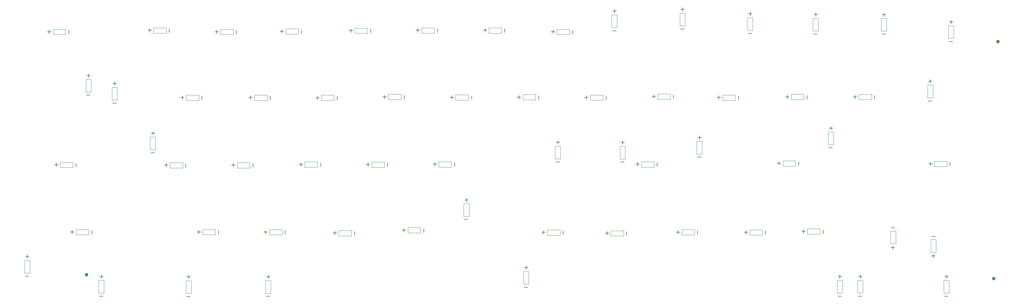
<source format=gtp>
G04 Layer_Color=7318015*
%FSLAX44Y44*%
%MOMM*%
G71*
G01*
G75*
%ADD10C,0.1000*%
%ADD11C,1.0000*%
%ADD19C,0.2032*%
D10*
X1498316Y2473932D02*
Y2509932D01*
X1483316Y2473932D02*
Y2509932D01*
X1498316D02*
X1483316D01*
X1498316Y2473932D02*
X1483316D01*
X3591022Y2243740D02*
X3576022Y2243740D01*
X3591022Y2207740D02*
X3576022Y2207740D01*
X3591022Y2207740D02*
Y2243740D01*
X3576022Y2207740D02*
Y2243740D01*
X3754598Y2789400D02*
X3739598Y2789400D01*
X3754598Y2825400D02*
X3739598Y2825400D01*
Y2789400D02*
Y2825400D01*
X3754598Y2789400D02*
Y2825400D01*
X3564861Y2809974D02*
Y2845974D01*
X3549861Y2809974D02*
Y2845974D01*
X3564861Y2845974D02*
X3549861Y2845974D01*
X3564861Y2809974D02*
X3549861Y2809974D01*
X3371820Y2810482D02*
X3356820Y2810482D01*
X3371820Y2846482D02*
X3356820Y2846482D01*
Y2810482D02*
Y2846482D01*
X3371820Y2810482D02*
Y2846482D01*
X3186908Y2812260D02*
X3171908D01*
X3186908Y2848260D02*
X3171908D01*
Y2812260D02*
Y2848260D01*
X3186908Y2812260D02*
Y2848260D01*
X2995646Y2824706D02*
X2980646D01*
X2995646Y2860706D02*
X2980646D01*
Y2824706D02*
Y2860706D01*
X2995646Y2824706D02*
Y2860706D01*
X2803114Y2819626D02*
X2788114D01*
X2803114Y2855626D02*
X2788114D01*
Y2819626D02*
Y2855626D01*
X2803114Y2819626D02*
Y2855626D01*
X2668860Y2800214D02*
Y2815214D01*
X2632860Y2800214D02*
Y2815214D01*
X2668860Y2800214D02*
X2632860D01*
X2668860Y2815214D02*
X2632860D01*
X2476860Y2803964D02*
Y2818964D01*
X2440860Y2803964D02*
Y2818964D01*
X2476860Y2803964D02*
X2440860D01*
X2476860Y2818964D02*
X2440860D01*
X2286860Y2804214D02*
Y2819214D01*
X2250860Y2804214D02*
Y2819214D01*
X2286860Y2804214D02*
X2250860D01*
X2286860Y2819214D02*
X2250860D01*
X2097860Y2803464D02*
Y2818464D01*
X2061860Y2803464D02*
Y2818464D01*
X2097860Y2803464D02*
X2061860D01*
X2097860Y2818464D02*
X2061860D01*
X1902360Y2801214D02*
Y2816214D01*
X1866360Y2801214D02*
Y2816214D01*
X1902360Y2801214D02*
X1866360D01*
X1902360Y2816214D02*
X1866360D01*
X1718110Y2800214D02*
Y2815214D01*
X1682110Y2800214D02*
Y2815214D01*
X1718110Y2800214D02*
X1682110D01*
X1718110Y2815214D02*
X1682110D01*
X1528610Y2803964D02*
Y2818964D01*
X1492610Y2803964D02*
Y2818964D01*
X1528610Y2803964D02*
X1492610D01*
X1528610Y2818964D02*
X1492610D01*
X1244360Y2800214D02*
Y2815214D01*
X1208360Y2800214D02*
Y2815214D01*
X1244360Y2800214D02*
X1208360D01*
X1244360Y2815214D02*
X1208360D01*
X3695924Y2620998D02*
X3680924Y2620998D01*
X3695924Y2656998D02*
X3680924Y2656998D01*
Y2620998D02*
Y2656998D01*
X3695924Y2620998D02*
Y2656998D01*
X3522360Y2615464D02*
Y2630464D01*
X3486360Y2615464D02*
Y2630464D01*
X3522360Y2615464D02*
X3486360D01*
X3522360Y2630464D02*
X3486360D01*
X3331610Y2615714D02*
Y2630714D01*
X3295610Y2615714D02*
Y2630714D01*
X3331610Y2615714D02*
X3295610D01*
X3331610Y2630714D02*
X3295610D01*
X3137610Y2628714D02*
X3101610D01*
X3137610Y2613714D02*
X3101610D01*
Y2628714D01*
X3137610Y2613714D02*
Y2628714D01*
X2953860Y2616714D02*
Y2631714D01*
X2917860Y2616714D02*
Y2631714D01*
X2953860Y2616714D02*
X2917860D01*
X2953860Y2631714D02*
X2917860D01*
X2763360Y2613964D02*
Y2628964D01*
X2727361Y2613964D02*
Y2628964D01*
X2763360Y2613964D02*
X2727361D01*
X2763360Y2628964D02*
X2727361D01*
X2572860Y2614964D02*
Y2629964D01*
X2536860Y2614964D02*
Y2629964D01*
X2572860Y2614964D02*
X2536860D01*
X2572860Y2629964D02*
X2536860D01*
X2383110Y2614214D02*
Y2629214D01*
X2347110Y2614214D02*
Y2629214D01*
X2383110Y2614214D02*
X2347110D01*
X2383110Y2629214D02*
X2347110D01*
X2192610Y2615714D02*
Y2630714D01*
X2156610Y2615714D02*
Y2630714D01*
X2192610Y2615714D02*
X2156610D01*
X2192610Y2630714D02*
X2156610D01*
X2003110Y2613214D02*
Y2628214D01*
X1967110Y2613214D02*
Y2628214D01*
X2003110Y2613214D02*
X1967110D01*
X2003110Y2628214D02*
X1967110D01*
X1813860Y2613464D02*
Y2628464D01*
X1777860Y2613464D02*
Y2628464D01*
X1813860Y2613464D02*
X1777860D01*
X1813860Y2628464D02*
X1777860D01*
X1620860Y2613714D02*
Y2628714D01*
X1584860Y2613714D02*
Y2628714D01*
X1620860Y2613714D02*
X1584860D01*
X1620860Y2628714D02*
X1584860D01*
X1390366Y2614902D02*
Y2650902D01*
X1375366Y2614902D02*
Y2650902D01*
X1390366D02*
X1375366D01*
X1390366Y2614902D02*
X1375366D01*
X1316706Y2637254D02*
X1301706Y2637254D01*
X1316706Y2673254D02*
X1301706Y2673254D01*
Y2637254D02*
Y2673254D01*
X1316706Y2637254D02*
Y2673254D01*
X1309610Y2247964D02*
X1273610D01*
X1309610Y2232964D02*
X1273610D01*
Y2247964D01*
X1309610Y2232964D02*
Y2247964D01*
X3735860Y2425964D02*
Y2440964D01*
X3699861Y2425964D02*
Y2440964D01*
X3735860Y2425964D02*
X3699861D01*
X3735860Y2440964D02*
X3699861D01*
X3415000Y2488410D02*
X3400000Y2488410D01*
X3415000Y2524410D02*
X3400000Y2524410D01*
Y2488410D02*
Y2524410D01*
X3415000Y2488410D02*
Y2524410D01*
X3307832Y2427493D02*
Y2442493D01*
X3271832Y2427493D02*
Y2442493D01*
X3307832Y2427493D02*
X3271832D01*
X3307832Y2442493D02*
X3271832D01*
X3043611Y2461964D02*
X3028611D01*
X3043611Y2497964D02*
X3028611D01*
Y2461964D02*
Y2497964D01*
X3043611Y2461964D02*
Y2497964D01*
X2907860Y2424714D02*
Y2439714D01*
X2871860Y2424714D02*
Y2439714D01*
X2907860Y2424714D02*
X2871860D01*
X2907860Y2439714D02*
X2871860D01*
X2826111Y2447714D02*
X2811111D01*
X2826111Y2483714D02*
X2811111D01*
Y2447714D02*
Y2483714D01*
X2826111Y2447714D02*
Y2483714D01*
X2643110Y2448214D02*
X2628110D01*
X2643110Y2484214D02*
X2628110D01*
Y2448214D02*
Y2484214D01*
X2643110Y2448214D02*
Y2484214D01*
X2335110Y2424714D02*
Y2439714D01*
X2299110Y2424714D02*
Y2439714D01*
X2335110Y2424714D02*
X2299110D01*
X2335110Y2439714D02*
X2299110D01*
X2145610Y2423964D02*
Y2438964D01*
X2109610Y2423964D02*
Y2438964D01*
X2145610Y2423964D02*
X2109610D01*
X2145610Y2438964D02*
X2109610D01*
X1956360Y2424464D02*
Y2439464D01*
X1920360Y2424464D02*
Y2439464D01*
X1956360Y2424464D02*
X1920360D01*
X1956360Y2439464D02*
X1920360D01*
X1765110Y2422214D02*
Y2437214D01*
X1729110Y2422214D02*
Y2437214D01*
X1765110Y2422214D02*
X1729110D01*
X1765110Y2437214D02*
X1729110D01*
X1575110Y2422214D02*
Y2437214D01*
X1539110Y2422214D02*
Y2437214D01*
X1575110Y2422214D02*
X1539110D01*
X1575110Y2437214D02*
X1539110D01*
X1264860Y2423464D02*
Y2438464D01*
X1228860Y2423464D02*
Y2438464D01*
X1264860Y2423464D02*
X1228860D01*
X1264860Y2438464D02*
X1228860D01*
X3705068Y2219610D02*
X3690068D01*
X3705068Y2183610D02*
X3690068D01*
X3705068D02*
Y2219610D01*
X3690068Y2183610D02*
Y2219610D01*
X3377110Y2234714D02*
Y2249714D01*
X3341111Y2234714D02*
Y2249714D01*
X3377110Y2234714D02*
X3341111D01*
X3377110Y2249714D02*
X3341111D01*
X3214154Y2232118D02*
Y2247118D01*
X3178154Y2232118D02*
Y2247118D01*
X3214154Y2232118D02*
X3178154D01*
X3214154Y2247118D02*
X3178154D01*
X3022130Y2232372D02*
Y2247372D01*
X2986130Y2232372D02*
Y2247372D01*
X3022130Y2232372D02*
X2986130D01*
X3022130Y2247372D02*
X2986130D01*
X2821610Y2229464D02*
Y2244464D01*
X2785610Y2229464D02*
Y2244464D01*
X2821610Y2229464D02*
X2785610D01*
X2821610Y2244464D02*
X2785610D01*
X2641892Y2231864D02*
Y2246864D01*
X2605892Y2231864D02*
Y2246864D01*
X2641892Y2231864D02*
X2605892D01*
X2641892Y2246864D02*
X2605892D01*
X2384610Y2285214D02*
Y2321214D01*
X2369610Y2285214D02*
Y2321214D01*
X2384610D02*
X2369610D01*
X2384610Y2285214D02*
X2369610D01*
X2247860Y2238214D02*
Y2253214D01*
X2211860Y2238214D02*
Y2253214D01*
X2247860Y2238214D02*
X2211860D01*
X2247860Y2253214D02*
X2211860D01*
X2052110Y2230214D02*
Y2245214D01*
X2016110Y2230214D02*
Y2245214D01*
X2052110Y2230214D02*
X2016110D01*
X2052110Y2245214D02*
X2016110D01*
X1856110Y2232964D02*
Y2247964D01*
X1820110Y2232964D02*
Y2247964D01*
X1856110Y2232964D02*
X1820110D01*
X1856110Y2247964D02*
X1820110D01*
X1667860Y2232964D02*
Y2247964D01*
X1631860Y2232964D02*
Y2247964D01*
X1667860Y2232964D02*
X1631860D01*
X1667860Y2247964D02*
X1631860D01*
X3741860Y2067714D02*
X3726860D01*
X3741860Y2103714D02*
X3726860D01*
Y2067714D02*
Y2103714D01*
X3741860Y2067714D02*
Y2103714D01*
X3498110Y2067964D02*
X3483110D01*
X3498110Y2103964D02*
X3483110D01*
Y2067964D02*
Y2103964D01*
X3498110Y2067964D02*
Y2103964D01*
X3440360Y2067964D02*
X3425360D01*
X3440360Y2103964D02*
X3425360D01*
Y2067964D02*
Y2103964D01*
X3440360Y2067964D02*
Y2103964D01*
X2553610Y2093464D02*
Y2129464D01*
X2538610Y2093464D02*
Y2129464D01*
X2553610D02*
X2538610D01*
X2553610Y2093464D02*
X2538610D01*
X1824341Y2067334D02*
X1809341D01*
X1824341Y2103334D02*
X1809341D01*
Y2067334D02*
Y2103334D01*
X1824341Y2067334D02*
Y2103334D01*
X1599610Y2067214D02*
X1584610D01*
X1599610Y2103214D02*
X1584610D01*
Y2067214D02*
Y2103214D01*
X1599610Y2067214D02*
Y2103214D01*
X1352860Y2067964D02*
X1337860D01*
X1352860Y2103964D02*
X1337860D01*
Y2067964D02*
Y2103964D01*
X1352860Y2067964D02*
Y2103964D01*
X1143360Y2124714D02*
X1128360D01*
X1143360Y2160714D02*
X1128360D01*
Y2124714D02*
Y2160714D01*
X1143360Y2124714D02*
Y2160714D01*
D11*
X3867860Y2108714D02*
D03*
X1303860Y2119464D02*
D03*
X3880110Y2779964D02*
D03*
D19*
X1496324Y2520488D02*
X1486324D01*
X1491324Y2515598D02*
Y2525598D01*
X1495482Y2465008D02*
X1485482D01*
X3588857Y2252664D02*
X3578856Y2252664D01*
X3583014Y2192074D02*
Y2202074D01*
X3588014Y2197184D02*
X3578015D01*
X3751764Y2780476D02*
X3741764D01*
X3747607Y2831066D02*
X3747606Y2841066D01*
X3752606Y2835956D02*
X3742607Y2835956D01*
X3562868Y2856530D02*
X3552868Y2856530D01*
X3557868Y2851640D02*
X3557868Y2861640D01*
X3562026Y2801050D02*
X3552026D01*
X3368986Y2801558D02*
X3358986D01*
X3364828Y2852148D02*
X3364828Y2862148D01*
X3369828Y2857038D02*
X3359828Y2857038D01*
X3184074Y2803336D02*
X3174074D01*
X3179916Y2853926D02*
X3179916Y2863926D01*
X3184916Y2858816D02*
X3174916D01*
X2992812Y2815782D02*
X2982812D01*
X2988654Y2866372D02*
X2988654Y2876372D01*
X2993654Y2871262D02*
X2983654D01*
X2800280Y2810702D02*
X2790280D01*
X2796122Y2861292D02*
X2796122Y2871292D01*
X2801122Y2866182D02*
X2791122D01*
X2677784Y2802380D02*
Y2812380D01*
X2627195Y2808222D02*
X2617195D01*
X2622304Y2803222D02*
Y2813222D01*
X2485784Y2806130D02*
Y2816130D01*
X2435194Y2811972D02*
X2425194D01*
X2430304Y2806972D02*
Y2816972D01*
X2295784Y2806380D02*
Y2816380D01*
X2245194Y2812222D02*
X2235194D01*
X2240304Y2807222D02*
Y2817222D01*
X2106784Y2805630D02*
Y2815630D01*
X2056194Y2811472D02*
X2046194D01*
X2051304Y2806472D02*
Y2816472D01*
X1911284Y2803380D02*
Y2813380D01*
X1860694Y2809222D02*
X1850694D01*
X1855804Y2804222D02*
Y2814222D01*
X1727034Y2802380D02*
Y2812380D01*
X1676444Y2808222D02*
X1666444D01*
X1671554Y2803222D02*
Y2813222D01*
X1537534Y2806130D02*
Y2816130D01*
X1486944Y2811972D02*
X1476944D01*
X1482054Y2806972D02*
Y2816972D01*
X1253284Y2802380D02*
Y2812380D01*
X1202694Y2808222D02*
X1192694D01*
X1197804Y2803222D02*
Y2813222D01*
X3693090Y2612074D02*
X3683090D01*
X3688932Y2662664D02*
X3688932Y2672664D01*
X3693932Y2667554D02*
X3683932Y2667554D01*
X3531284Y2617630D02*
Y2627630D01*
X3480694Y2623472D02*
X3470694D01*
X3475804Y2618472D02*
Y2628472D01*
X3340534Y2617880D02*
Y2627880D01*
X3289944Y2623722D02*
X3279944D01*
X3285054Y2618722D02*
Y2628722D01*
X3091054Y2616722D02*
Y2626722D01*
X3095945Y2621722D02*
X3085944D01*
X3146534Y2615880D02*
Y2625880D01*
X2962784Y2618880D02*
Y2628880D01*
X2912195Y2624722D02*
X2902194D01*
X2907304Y2619722D02*
Y2629722D01*
X2772284Y2616130D02*
Y2626130D01*
X2721694Y2621972D02*
X2711694D01*
X2716804Y2616972D02*
Y2626972D01*
X2581784Y2617130D02*
Y2627130D01*
X2531194Y2622972D02*
X2521194D01*
X2526304Y2617972D02*
Y2627972D01*
X2392034Y2616380D02*
Y2626380D01*
X2341444Y2622222D02*
X2331444D01*
X2336554Y2617222D02*
Y2627222D01*
X2201534Y2617880D02*
Y2627880D01*
X2150944Y2623722D02*
X2140944D01*
X2146054Y2618722D02*
Y2628722D01*
X2012034Y2615380D02*
Y2625380D01*
X1961444Y2621222D02*
X1951444D01*
X1956554Y2616222D02*
Y2626222D01*
X1822784Y2615630D02*
Y2625630D01*
X1772194Y2621472D02*
X1762194D01*
X1767304Y2616472D02*
Y2626472D01*
X1629784Y2615880D02*
Y2625880D01*
X1579194Y2621722D02*
X1569194D01*
X1574304Y2616722D02*
Y2626722D01*
X1388374Y2661458D02*
X1378374D01*
X1383374Y2656568D02*
X1383374Y2666568D01*
X1387532Y2605978D02*
X1377532D01*
X1313872Y2628330D02*
X1303872D01*
X1309714Y2678920D02*
X1309714Y2688920D01*
X1314714Y2683810D02*
X1304714Y2683810D01*
X1263054Y2235972D02*
Y2245972D01*
X1267944Y2240972D02*
X1257944D01*
X1318534Y2235130D02*
Y2245130D01*
X3744785Y2428130D02*
Y2438130D01*
X3694194Y2433972D02*
X3684194D01*
X3689305Y2428972D02*
Y2438972D01*
X3412166Y2479486D02*
X3402166D01*
X3408008Y2530076D02*
X3408008Y2540076D01*
X3413008Y2534966D02*
X3403008Y2534966D01*
X3316756Y2429659D02*
Y2439659D01*
X3266166Y2435501D02*
X3256166D01*
X3261276Y2430501D02*
Y2440501D01*
X3040776Y2453040D02*
X3030776D01*
X3036618Y2503630D02*
Y2513630D01*
X3041618Y2508520D02*
X3031618D01*
X2916784Y2426880D02*
Y2436880D01*
X2866194Y2432722D02*
X2856194D01*
X2861304Y2427722D02*
Y2437722D01*
X2823276Y2438790D02*
X2813276D01*
X2819118Y2489380D02*
Y2499380D01*
X2824118Y2494270D02*
X2814118D01*
X2640276Y2439290D02*
X2630276D01*
X2636118Y2489880D02*
Y2499880D01*
X2641118Y2494770D02*
X2631118D01*
X2344034Y2426880D02*
Y2436880D01*
X2293444Y2432722D02*
X2283444D01*
X2288554Y2427722D02*
Y2437722D01*
X2154534Y2426130D02*
Y2436130D01*
X2103944Y2431972D02*
X2093944D01*
X2099054Y2426972D02*
Y2436972D01*
X1965284Y2426630D02*
Y2436630D01*
X1914694Y2432472D02*
X1904694D01*
X1909804Y2427472D02*
Y2437472D01*
X1774034Y2424380D02*
Y2434380D01*
X1723444Y2430222D02*
X1713444D01*
X1718554Y2425222D02*
Y2435222D01*
X1584034Y2424380D02*
Y2434380D01*
X1533444Y2430222D02*
X1523444D01*
X1528554Y2425222D02*
Y2435222D01*
X1273784Y2425630D02*
Y2435630D01*
X1223194Y2431472D02*
X1213194D01*
X1218304Y2426472D02*
Y2436472D01*
X3702903Y2228534D02*
X3692903D01*
X3697060Y2167944D02*
X3697060Y2177944D01*
X3702060Y2173054D02*
X3692061Y2173054D01*
X3386035Y2236880D02*
Y2246880D01*
X3335444Y2242722D02*
X3325444D01*
X3330554Y2237722D02*
Y2247722D01*
X3223078Y2234284D02*
Y2244284D01*
X3172488Y2240126D02*
X3162488D01*
X3167598Y2235126D02*
Y2245126D01*
X3031054Y2234538D02*
Y2244538D01*
X2980464Y2240380D02*
X2970464D01*
X2975574Y2235380D02*
Y2245380D01*
X2830534Y2231630D02*
Y2241630D01*
X2779944Y2237472D02*
X2769944D01*
X2775054Y2232472D02*
Y2242472D01*
X2650816Y2234030D02*
Y2244030D01*
X2600226Y2239872D02*
X2590226D01*
X2595336Y2234872D02*
Y2244872D01*
X2382618Y2331770D02*
X2372618D01*
X2377618Y2326880D02*
Y2336880D01*
X2381776Y2276290D02*
X2371776D01*
X2256784Y2240380D02*
Y2250380D01*
X2206194Y2246222D02*
X2196194D01*
X2201304Y2241222D02*
Y2251222D01*
X2061034Y2232380D02*
Y2242380D01*
X2010444Y2238222D02*
X2000444D01*
X2005554Y2233222D02*
Y2243222D01*
X1865034Y2235130D02*
Y2245130D01*
X1814444Y2240972D02*
X1804444D01*
X1809554Y2235972D02*
Y2245972D01*
X1676784Y2235130D02*
Y2245130D01*
X1626194Y2240972D02*
X1616194D01*
X1621304Y2235972D02*
Y2245972D01*
X3739026Y2058790D02*
X3729026D01*
X3734868Y2109380D02*
Y2119380D01*
X3739868Y2114270D02*
X3729868D01*
X3495276Y2059040D02*
X3485276D01*
X3491118Y2109630D02*
Y2119630D01*
X3496118Y2114520D02*
X3486118D01*
X3437526Y2059040D02*
X3427526D01*
X3433368Y2109630D02*
Y2119630D01*
X3438368Y2114520D02*
X3428369D01*
X2551618Y2140020D02*
X2541618D01*
X2546618Y2135130D02*
Y2145130D01*
X2550776Y2084540D02*
X2540776D01*
X1821506Y2058410D02*
X1811506D01*
X1817348Y2109000D02*
Y2119000D01*
X1822348Y2113890D02*
X1812348D01*
X1596776Y2058290D02*
X1586776D01*
X1592618Y2108880D02*
Y2118880D01*
X1597618Y2113770D02*
X1587618D01*
X1350026Y2059040D02*
X1340026D01*
X1345868Y2109630D02*
Y2119630D01*
X1350868Y2114520D02*
X1340868D01*
X1140526Y2115790D02*
X1130526D01*
X1136368Y2166380D02*
Y2176380D01*
X1141368Y2171270D02*
X1131368D01*
M02*

</source>
